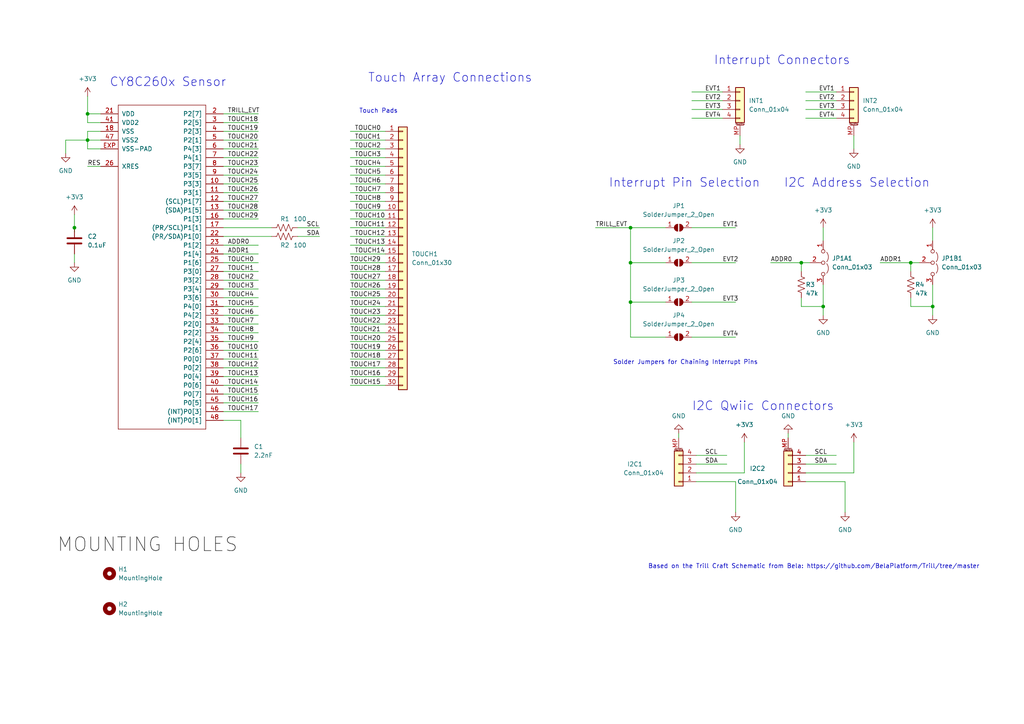
<source format=kicad_sch>
(kicad_sch (version 20230121) (generator eeschema)
  (paper "A4")
  (lib_symbols
    (symbol "+3V3_1" (power) (pin_names (offset 0))
      (property "Value" "+3V3_1" (at 0 3.556 0))
      (symbol "+3V3_1_0_1"
        (polyline (pts (xy -0.762 1.27) (xy 0 2.54)))
        (polyline (pts (xy 0 0) (xy 0 2.54)))
        (polyline (pts (xy 0 2.54) (xy 0.762 1.27)))
      )
      (symbol "+3V3_1_1_1"
        (pin power_in line (at 0 0 90) (length 0) hide (name "+3V3") (number "1"))
      )
    )
    (symbol "Connector_Generic:Conn_01x30" (pin_names (offset 1.016) hide)
      (property "Reference" "J" (at 0 38.1 0))
      (property "Value" "Conn_01x30" (at 0 -40.64 0))
      (symbol "Conn_01x30_1_1"
        (rectangle (start -1.27 -37.973) (end 0 -38.227) (stroke (width 0.1524)))
        (rectangle (start -1.27 -35.433) (end 0 -35.687) (stroke (width 0.1524)))
        (rectangle (start -1.27 -32.893) (end 0 -33.147) (stroke (width 0.1524)))
        (rectangle (start -1.27 -30.353) (end 0 -30.607) (stroke (width 0.1524)))
        (rectangle (start -1.27 -27.813) (end 0 -28.067) (stroke (width 0.1524)))
        (rectangle (start -1.27 -25.273) (end 0 -25.527) (stroke (width 0.1524)))
        (rectangle (start -1.27 -22.733) (end 0 -22.987) (stroke (width 0.1524)))
        (rectangle (start -1.27 -20.193) (end 0 -20.447) (stroke (width 0.1524)))
        (rectangle (start -1.27 -17.653) (end 0 -17.907) (stroke (width 0.1524)))
        (rectangle (start -1.27 -15.113) (end 0 -15.367) (stroke (width 0.1524)))
        (rectangle (start -1.27 -12.573) (end 0 -12.827) (stroke (width 0.1524)))
        (rectangle (start -1.27 -10.033) (end 0 -10.287) (stroke (width 0.1524)))
        (rectangle (start -1.27 -7.493) (end 0 -7.747) (stroke (width 0.1524)))
        (rectangle (start -1.27 -4.953) (end 0 -5.207) (stroke (width 0.1524)))
        (rectangle (start -1.27 -2.413) (end 0 -2.667) (stroke (width 0.1524)))
        (rectangle (start -1.27 0.127) (end 0 -0.127) (stroke (width 0.1524)))
        (rectangle (start -1.27 2.667) (end 0 2.413) (stroke (width 0.1524)))
        (rectangle (start -1.27 5.207) (end 0 4.953) (stroke (width 0.1524)))
        (rectangle (start -1.27 7.747) (end 0 7.493) (stroke (width 0.1524)))
        (rectangle (start -1.27 10.287) (end 0 10.033) (stroke (width 0.1524)))
        (rectangle (start -1.27 12.827) (end 0 12.573) (stroke (width 0.1524)))
        (rectangle (start -1.27 15.367) (end 0 15.113) (stroke (width 0.1524)))
        (rectangle (start -1.27 17.907) (end 0 17.653) (stroke (width 0.1524)))
        (rectangle (start -1.27 20.447) (end 0 20.193) (stroke (width 0.1524)))
        (rectangle (start -1.27 22.987) (end 0 22.733) (stroke (width 0.1524)))
        (rectangle (start -1.27 25.527) (end 0 25.273) (stroke (width 0.1524)))
        (rectangle (start -1.27 28.067) (end 0 27.813) (stroke (width 0.1524)))
        (rectangle (start -1.27 30.607) (end 0 30.353) (stroke (width 0.1524)))
        (rectangle (start -1.27 33.147) (end 0 32.893) (stroke (width 0.1524)))
        (rectangle (start -1.27 35.687) (end 0 35.433) (stroke (width 0.1524)))
        (rectangle (start -1.27 36.83) (end 1.27 -39.37) (stroke (width 0.254)) (fill (type background)))
        (pin passive line (at -5.08 35.56 0) (length 3.81) (name "Pin_1") (number "1"))
        (pin passive line (at -5.08 12.7 0) (length 3.81) (name "Pin_10") (number "10"))
        (pin passive line (at -5.08 10.16 0) (length 3.81) (name "Pin_11") (number "11"))
        (pin passive line (at -5.08 7.62 0) (length 3.81) (name "Pin_12") (number "12"))
        (pin passive line (at -5.08 5.08 0) (length 3.81) (name "Pin_13") (number "13"))
        (pin passive line (at -5.08 2.54 0) (length 3.81) (name "Pin_14") (number "14"))
        (pin passive line (at -5.08 0 0) (length 3.81) (name "Pin_15") (number "15"))
        (pin passive line (at -5.08 -2.54 0) (length 3.81) (name "Pin_16") (number "16"))
        (pin passive line (at -5.08 -5.08 0) (length 3.81) (name "Pin_17") (number "17"))
        (pin passive line (at -5.08 -7.62 0) (length 3.81) (name "Pin_18") (number "18"))
        (pin passive line (at -5.08 -10.16 0) (length 3.81) (name "Pin_19") (number "19"))
        (pin passive line (at -5.08 33.02 0) (length 3.81) (name "Pin_2") (number "2"))
        (pin passive line (at -5.08 -12.7 0) (length 3.81) (name "Pin_20") (number "20"))
        (pin passive line (at -5.08 -15.24 0) (length 3.81) (name "Pin_21") (number "21"))
        (pin passive line (at -5.08 -17.78 0) (length 3.81) (name "Pin_22") (number "22"))
        (pin passive line (at -5.08 -20.32 0) (length 3.81) (name "Pin_23") (number "23"))
        (pin passive line (at -5.08 -22.86 0) (length 3.81) (name "Pin_24") (number "24"))
        (pin passive line (at -5.08 -25.4 0) (length 3.81) (name "Pin_25") (number "25"))
        (pin passive line (at -5.08 -27.94 0) (length 3.81) (name "Pin_26") (number "26"))
        (pin passive line (at -5.08 -30.48 0) (length 3.81) (name "Pin_27") (number "27"))
        (pin passive line (at -5.08 -33.02 0) (length 3.81) (name "Pin_28") (number "28"))
        (pin passive line (at -5.08 -35.56 0) (length 3.81) (name "Pin_29") (number "29"))
        (pin passive line (at -5.08 30.48 0) (length 3.81) (name "Pin_3") (number "3"))
        (pin passive line (at -5.08 -38.1 0) (length 3.81) (name "Pin_30") (number "30"))
        (pin passive line (at -5.08 27.94 0) (length 3.81) (name "Pin_4") (number "4"))
        (pin passive line (at -5.08 25.4 0) (length 3.81) (name "Pin_5") (number "5"))
        (pin passive line (at -5.08 22.86 0) (length 3.81) (name "Pin_6") (number "6"))
        (pin passive line (at -5.08 20.32 0) (length 3.81) (name "Pin_7") (number "7"))
        (pin passive line (at -5.08 17.78 0) (length 3.81) (name "Pin_8") (number "8"))
        (pin passive line (at -5.08 15.24 0) (length 3.81) (name "Pin_9") (number "9"))
      )
    )
    (symbol "Connector_Generic_MountingPin:Conn_01x04_MountingPin" (pin_names (offset 1.016) hide)
      (property "Reference" "J" (at 0 5.08 0))
      (property "Value" "Conn_01x04_MountingPin" (at 1.27 -7.62 0))
      (symbol "Conn_01x04_MountingPin_1_1"
        (rectangle (start -1.27 -4.953) (end 0 -5.207) (stroke (width 0.1524)))
        (rectangle (start -1.27 -2.413) (end 0 -2.667) (stroke (width 0.1524)))
        (rectangle (start -1.27 0.127) (end 0 -0.127) (stroke (width 0.1524)))
        (rectangle (start -1.27 2.667) (end 0 2.413) (stroke (width 0.1524)))
        (rectangle (start -1.27 3.81) (end 1.27 -6.35) (stroke (width 0.254)) (fill (type background)))
        (polyline (pts (xy -1.016 -7.112) (xy 1.016 -7.112)) (stroke (width 0.1524)))
        (text "Mounting" (at 0 -6.731 0) (effects (font (size 0.381 0.381))))
        (pin passive line (at -5.08 2.54 0) (length 3.81) (name "Pin_1") (number "1"))
        (pin passive line (at -5.08 0 0) (length 3.81) (name "Pin_2") (number "2"))
        (pin passive line (at -5.08 -2.54 0) (length 3.81) (name "Pin_3") (number "3"))
        (pin passive line (at -5.08 -5.08 0) (length 3.81) (name "Pin_4") (number "4"))
        (pin passive line (at 0 -10.16 90) (length 3.048) (name "MountPin") (number "MP"))
      )
    )
    (symbol "Device:C" (pin_numbers hide) (pin_names (offset 0.254))
      (property "Reference" "C" (at 0.635 2.54 0))
      (property "Value" "C" (at 0.635 -2.54 0))
      (symbol "C_0_1"
        (polyline (pts (xy -2.032 -0.762) (xy 2.032 -0.762)) (stroke (width 0.508)))
        (polyline (pts (xy -2.032 0.762) (xy 2.032 0.762)) (stroke (width 0.508)))
      )
      (symbol "C_1_1"
        (pin passive line (at 0 3.81 270) (length 2.794) (name "~") (number "1"))
        (pin passive line (at 0 -3.81 90) (length 2.794) (name "~") (number "2"))
      )
    )
    (symbol "Device:R_US" (pin_numbers hide) (pin_names (offset 0))
      (property "Reference" "R" (at 2.54 0 90))
      (property "Value" "R_US" (at -2.54 0 90))
      (symbol "R_US_0_1"
        (polyline (pts (xy 0 -2.286) (xy 0 -2.54)))
        (polyline (pts (xy 0 2.286) (xy 0 2.54)))
        (polyline (pts (xy 0 -0.762) (xy 1.016 -1.143) (xy 0 -1.524) (xy -1.016 -1.905) (xy 0 -2.286)))
        (polyline (pts (xy 0 0.762) (xy 1.016 0.381) (xy 0 0) (xy -1.016 -0.381) (xy 0 -0.762)))
        (polyline (pts (xy 0 2.286) (xy 1.016 1.905) (xy 0 1.524) (xy -1.016 1.143) (xy 0 0.762)))
      )
      (symbol "R_US_1_1"
        (pin passive line (at 0 3.81 270) (length 1.27) (name "~") (number "1"))
        (pin passive line (at 0 -3.81 90) (length 1.27) (name "~") (number "2"))
      )
    )
    (symbol "GND_1" (power) (pin_names (offset 0))
      (property "Value" "GND_1" (at 0 -3.81 0))
      (symbol "GND_1_0_1"
        (polyline (pts (xy 0 0) (xy 0 -1.27) (xy 1.27 -1.27) (xy 0 -2.54) (xy -1.27 -1.27) (xy 0 -1.27)))
      )
      (symbol "GND_1_1_1"
        (pin power_in line (at 0 0 270) (length 0) hide (name "GND") (number "1"))
      )
    )
    (symbol "Jumper:Jumper_3_Open" (pin_names (offset 0) hide)
      (property "Reference" "JP" (at -2.54 -2.54 0))
      (property "Value" "Jumper_3_Open" (at 0 2.794 0))
      (symbol "Jumper_3_Open_0_0"
        (circle (center -3.302 0) (radius 0.508))
        (circle (center 0 0) (radius 0.508))
        (circle (center 3.302 0) (radius 0.508))
      )
      (symbol "Jumper_3_Open_0_1"
        (arc (start -0.254 1.016) (mid -1.651 1.4992) (end -3.048 1.016))
        (polyline (pts (xy 0 -0.508) (xy 0 -1.27)))
        (arc (start 3.048 1.016) (mid 1.651 1.4992) (end 0.254 1.016))
      )
      (symbol "Jumper_3_Open_1_1"
        (pin passive line (at -6.35 0 0) (length 2.54) (name "A") (number "1"))
        (pin passive line (at 0 -3.81 90) (length 2.54) (name "C") (number "2"))
        (pin passive line (at 6.35 0 180) (length 2.54) (name "B") (number "3"))
      )
    )
    (symbol "Jumper:SolderJumper_2_Open" (pin_names (offset 0) hide)
      (property "Reference" "JP" (at 0 2.032 0))
      (property "Value" "SolderJumper_2_Open" (at 0 -2.54 0))
      (symbol "SolderJumper_2_Open_0_1"
        (arc (start -0.254 1.016) (mid -1.2656 0) (end -0.254 -1.016))
        (arc (start -0.254 1.016) (mid -1.2656 0) (end -0.254 -1.016) (fill (type outline)))
        (polyline (pts (xy -0.254 1.016) (xy -0.254 -1.016)))
        (polyline (pts (xy 0.254 1.016) (xy 0.254 -1.016)))
        (arc (start 0.254 -1.016) (mid 1.2656 0) (end 0.254 1.016))
        (arc (start 0.254 -1.016) (mid 1.2656 0) (end 0.254 1.016) (fill (type outline)))
      )
      (symbol "SolderJumper_2_Open_1_1"
        (pin passive line (at -3.81 0 0) (length 2.54) (name "A") (number "1"))
        (pin passive line (at 3.81 0 180) (length 2.54) (name "B") (number "2"))
      )
    )
    (symbol "Mechanical:MountingHole" (pin_names (offset 1.016))
      (property "Reference" "H" (at 0 5.08 0))
      (property "Value" "MountingHole" (at 0 3.175 0))
      (symbol "MountingHole_0_1"
        (circle (center 0 0) (radius 1.27) (stroke (width 1.27)))
      )
    )
    (symbol "power:GND" (power) (pin_names (offset 0))
      (property "Value" "GND" (at 0 -3.81 0))
      (symbol "GND_0_1"
        (polyline (pts (xy 0 0) (xy 0 -1.27) (xy 1.27 -1.27) (xy 0 -2.54) (xy -1.27 -1.27) (xy 0 -1.27)))
      )
      (symbol "GND_1_1"
        (pin power_in line (at 0 0 270) (length 0) hide (name "GND") (number "1"))
      )
    )
    (symbol "touch-sensor:CY8C206X6A" (pin_names (offset 1.016))
      (symbol "CY8C206X6A_1_0"
        (polyline (pts (xy -12.7 -48.26) (xy -12.7 45.72)))
        (polyline (pts (xy -12.7 45.72) (xy 12.7 45.72)))
        (polyline (pts (xy 12.7 -48.26) (xy -12.7 -48.26)))
        (polyline (pts (xy 12.7 45.72) (xy 12.7 -48.26)))
        (pin unspecified line (at 17.78 22.86 180) (length 5.08) (name "P3[3]") (number "10"))
        (pin unspecified line (at 17.78 20.32 180) (length 5.08) (name "P3[1]") (number "11"))
        (pin unspecified line (at 17.78 17.78 180) (length 5.08) (name "(SCL)P1[7]") (number "12"))
        (pin unspecified line (at 17.78 15.24 180) (length 5.08) (name "(SDA)P1[5]") (number "13"))
        (pin unspecified line (at 17.78 12.7 180) (length 5.08) (name "P1[3]") (number "16"))
        (pin unspecified line (at 17.78 10.16 180) (length 5.08) (name "(PR/SCL)P1[1]") (number "17"))
        (pin unspecified line (at -17.78 38.1 0) (length 5.08) (name "VSS") (number "18"))
        (pin unspecified line (at 17.78 43.18 180) (length 5.08) (name "P2[7]") (number "2"))
        (pin unspecified line (at -17.78 43.18 0) (length 5.08) (name "VDD") (number "21"))
        (pin unspecified line (at 17.78 7.62 180) (length 5.08) (name "(PR/SDA)P1[0]") (number "22"))
        (pin unspecified line (at 17.78 5.08 180) (length 5.08) (name "P1[2]") (number "23"))
        (pin unspecified line (at 17.78 2.54 180) (length 5.08) (name "P1[4]") (number "24"))
        (pin unspecified line (at 17.78 0 180) (length 5.08) (name "P1[6]") (number "25"))
        (pin unspecified line (at -17.78 27.94 0) (length 5.08) (name "XRES") (number "26"))
        (pin unspecified line (at 17.78 -2.54 180) (length 5.08) (name "P3[0]") (number "27"))
        (pin unspecified line (at 17.78 -5.08 180) (length 5.08) (name "P3[2]") (number "28"))
        (pin unspecified line (at 17.78 -7.62 180) (length 5.08) (name "P3[4]") (number "29"))
        (pin unspecified line (at 17.78 40.64 180) (length 5.08) (name "P2[5]") (number "3"))
        (pin unspecified line (at 17.78 -10.16 180) (length 5.08) (name "P3[6]") (number "30"))
        (pin unspecified line (at 17.78 -12.7 180) (length 5.08) (name "P4[0]") (number "31"))
        (pin unspecified line (at 17.78 -15.24 180) (length 5.08) (name "P4[2]") (number "32"))
        (pin unspecified line (at 17.78 -17.78 180) (length 5.08) (name "P2[0]") (number "33"))
        (pin unspecified line (at 17.78 -20.32 180) (length 5.08) (name "P2[2]") (number "34"))
        (pin unspecified line (at 17.78 -22.86 180) (length 5.08) (name "P2[4]") (number "35"))
        (pin unspecified line (at 17.78 -25.4 180) (length 5.08) (name "P2[6]") (number "36"))
        (pin unspecified line (at 17.78 -27.94 180) (length 5.08) (name "P0[0]") (number "37"))
        (pin unspecified line (at 17.78 -30.48 180) (length 5.08) (name "P0[2]") (number "38"))
        (pin unspecified line (at 17.78 -33.02 180) (length 5.08) (name "P0[4]") (number "39"))
        (pin unspecified line (at 17.78 38.1 180) (length 5.08) (name "P2[3]") (number "4"))
        (pin unspecified line (at 17.78 -35.56 180) (length 5.08) (name "P0[6]") (number "40"))
        (pin unspecified line (at -17.78 40.64 0) (length 5.08) (name "VDD2") (number "41"))
        (pin unspecified line (at 17.78 -38.1 180) (length 5.08) (name "P0[7]") (number "44"))
        (pin unspecified line (at 17.78 -40.64 180) (length 5.08) (name "P0[5]") (number "45"))
        (pin unspecified line (at 17.78 -43.18 180) (length 5.08) (name "(INT)P0[3]") (number "46"))
        (pin unspecified line (at -17.78 35.56 0) (length 5.08) (name "VSS2") (number "47"))
        (pin unspecified line (at 17.78 -45.72 180) (length 5.08) (name "(INT)P0[1]") (number "48"))
        (pin unspecified line (at 17.78 35.56 180) (length 5.08) (name "P2[1]") (number "5"))
        (pin unspecified line (at 17.78 33.02 180) (length 5.08) (name "P4[3]") (number "6"))
        (pin unspecified line (at 17.78 30.48 180) (length 5.08) (name "P4[1]") (number "7"))
        (pin unspecified line (at 17.78 27.94 180) (length 5.08) (name "P3[7]") (number "8"))
        (pin unspecified line (at 17.78 25.4 180) (length 5.08) (name "P3[5]") (number "9"))
        (pin unspecified line (at -17.78 33.02 0) (length 5.08) (name "VSS-PAD") (number "EXP"))
      )
    )
  )
  (junction (at 182.88 66.04))
  (junction (at 182.88 76.2))
  (junction (at 270.51 88.9))
  (junction (at 264.16 76.2))
  (junction (at 25.4 33.02))
  (junction (at 25.4 40.64))
  (junction (at 21.59 66.04))
  (junction (at 232.41 76.2))
  (junction (at 182.88 87.63))
  (junction (at 238.76 88.9))
  (wire (pts (xy 200.66 31.75) (xy 209.55 31.75)))
  (wire (pts (xy 200.66 66.04) (xy 213.36 66.04)))
  (wire (pts (xy 64.77 81.28) (xy 74.93 81.28)))
  (wire (pts (xy 238.76 66.04) (xy 238.76 69.85)))
  (wire (pts (xy 21.59 73.66) (xy 21.59 76.2)))
  (wire (pts (xy 111.76 96.52) (xy 101.6 96.52)))
  (wire (pts (xy 64.77 91.44) (xy 74.93 91.44)))
  (wire (pts (xy 101.6 68.58) (xy 111.76 68.58)))
  (wire (pts (xy 64.77 53.34) (xy 74.93 53.34)))
  (wire (pts (xy 64.77 66.04) (xy 78.74 66.04)))
  (wire (pts (xy 64.77 68.58) (xy 78.74 68.58)))
  (wire (pts (xy 264.16 86.36) (xy 264.16 88.9)))
  (wire (pts (xy 101.6 66.04) (xy 111.76 66.04)))
  (wire (pts (xy 25.4 33.02) (xy 25.4 35.56)))
  (wire (pts (xy 64.77 93.98) (xy 74.93 93.98)))
  (wire (pts (xy 111.76 86.36) (xy 101.6 86.36)))
  (wire (pts (xy 86.36 68.58) (xy 92.71 68.58)))
  (wire (pts (xy 200.66 29.21) (xy 209.55 29.21)))
  (wire (pts (xy 25.4 38.1) (xy 25.4 40.64)))
  (wire (pts (xy 64.77 101.6) (xy 74.93 101.6)))
  (wire (pts (xy 64.77 109.22) (xy 74.93 109.22)))
  (wire (pts (xy 29.21 33.02) (xy 25.4 33.02)))
  (wire (pts (xy 64.77 50.8) (xy 74.93 50.8)))
  (wire (pts (xy 270.51 66.04) (xy 270.51 69.85)))
  (wire (pts (xy 201.93 132.08) (xy 210.82 132.08)))
  (wire (pts (xy 245.11 139.7) (xy 245.11 148.59)))
  (wire (pts (xy 233.68 132.08) (xy 242.57 132.08)))
  (wire (pts (xy 200.66 76.2) (xy 213.36 76.2)))
  (wire (pts (xy 64.77 116.84) (xy 74.93 116.84)))
  (wire (pts (xy 233.68 134.62) (xy 242.57 134.62)))
  (wire (pts (xy 247.65 128.27) (xy 247.65 137.16)))
  (wire (pts (xy 193.04 87.63) (xy 182.88 87.63)))
  (wire (pts (xy 111.76 76.2) (xy 101.6 76.2)))
  (wire (pts (xy 64.77 38.1) (xy 74.93 38.1)))
  (wire (pts (xy 264.16 76.2) (xy 266.7 76.2)))
  (wire (pts (xy 200.66 26.67) (xy 209.55 26.67)))
  (wire (pts (xy 111.76 111.76) (xy 101.6 111.76)))
  (wire (pts (xy 25.4 43.18) (xy 29.21 43.18)))
  (wire (pts (xy 111.76 78.74) (xy 101.6 78.74)))
  (wire (pts (xy 64.77 111.76) (xy 74.93 111.76)))
  (wire (pts (xy 232.41 86.36) (xy 232.41 88.9)))
  (wire (pts (xy 182.88 87.63) (xy 182.88 97.79)))
  (wire (pts (xy 101.6 55.88) (xy 111.76 55.88)))
  (wire (pts (xy 64.77 45.72) (xy 74.93 45.72)))
  (wire (pts (xy 101.6 60.96) (xy 111.76 60.96)))
  (wire (pts (xy 64.77 114.3) (xy 74.93 114.3)))
  (wire (pts (xy 101.6 73.66) (xy 111.76 73.66)))
  (wire (pts (xy 200.66 87.63) (xy 213.36 87.63)))
  (wire (pts (xy 29.21 35.56) (xy 25.4 35.56)))
  (wire (pts (xy 25.4 27.94) (xy 25.4 33.02)))
  (wire (pts (xy 201.93 134.62) (xy 210.82 134.62)))
  (wire (pts (xy 200.66 97.79) (xy 213.36 97.79)))
  (wire (pts (xy 101.6 63.5) (xy 111.76 63.5)))
  (wire (pts (xy 233.68 29.21) (xy 242.57 29.21)))
  (wire (pts (xy 232.41 76.2) (xy 234.95 76.2)))
  (wire (pts (xy 64.77 119.38) (xy 74.93 119.38)))
  (wire (pts (xy 101.6 43.18) (xy 111.76 43.18)))
  (wire (pts (xy 111.76 88.9) (xy 101.6 88.9)))
  (wire (pts (xy 182.88 66.04) (xy 193.04 66.04)))
  (wire (pts (xy 193.04 97.79) (xy 182.88 97.79)))
  (wire (pts (xy 64.77 96.52) (xy 74.93 96.52)))
  (wire (pts (xy 64.77 106.68) (xy 74.93 106.68)))
  (wire (pts (xy 111.76 101.6) (xy 101.6 101.6)))
  (wire (pts (xy 238.76 88.9) (xy 238.76 91.44)))
  (wire (pts (xy 64.77 48.26) (xy 74.93 48.26)))
  (wire (pts (xy 19.05 40.64) (xy 25.4 40.64)))
  (wire (pts (xy 64.77 33.02) (xy 74.93 33.02)))
  (wire (pts (xy 233.68 34.29) (xy 242.57 34.29)))
  (wire (pts (xy 64.77 88.9) (xy 74.93 88.9)))
  (wire (pts (xy 64.77 73.66) (xy 74.93 73.66)))
  (wire (pts (xy 111.76 83.82) (xy 101.6 83.82)))
  (wire (pts (xy 264.16 88.9) (xy 270.51 88.9)))
  (wire (pts (xy 25.4 40.64) (xy 25.4 43.18)))
  (wire (pts (xy 111.76 93.98) (xy 101.6 93.98)))
  (wire (pts (xy 101.6 38.1) (xy 111.76 38.1)))
  (wire (pts (xy 201.93 137.16) (xy 215.9 137.16)))
  (wire (pts (xy 111.76 99.06) (xy 101.6 99.06)))
  (wire (pts (xy 64.77 63.5) (xy 74.93 63.5)))
  (wire (pts (xy 232.41 88.9) (xy 238.76 88.9)))
  (wire (pts (xy 111.76 91.44) (xy 101.6 91.44)))
  (wire (pts (xy 64.77 104.14) (xy 74.93 104.14)))
  (wire (pts (xy 101.6 53.34) (xy 111.76 53.34)))
  (wire (pts (xy 255.27 76.2) (xy 264.16 76.2)))
  (wire (pts (xy 111.76 106.68) (xy 101.6 106.68)))
  (wire (pts (xy 101.6 71.12) (xy 111.76 71.12)))
  (wire (pts (xy 182.88 66.04) (xy 182.88 76.2)))
  (wire (pts (xy 233.68 26.67) (xy 242.57 26.67)))
  (wire (pts (xy 101.6 58.42) (xy 111.76 58.42)))
  (wire (pts (xy 111.76 104.14) (xy 101.6 104.14)))
  (wire (pts (xy 101.6 48.26) (xy 111.76 48.26)))
  (wire (pts (xy 64.77 121.92) (xy 69.85 121.92)))
  (wire (pts (xy 101.6 50.8) (xy 111.76 50.8)))
  (wire (pts (xy 196.85 125.73) (xy 196.85 127)))
  (wire (pts (xy 69.85 121.92) (xy 69.85 127)))
  (wire (pts (xy 111.76 109.22) (xy 101.6 109.22)))
  (wire (pts (xy 64.77 71.12) (xy 74.93 71.12)))
  (wire (pts (xy 233.68 137.16) (xy 247.65 137.16)))
  (wire (pts (xy 64.77 60.96) (xy 74.93 60.96)))
  (wire (pts (xy 21.59 62.23) (xy 21.59 66.04)))
  (wire (pts (xy 64.77 43.18) (xy 74.93 43.18)))
  (wire (pts (xy 64.77 99.06) (xy 74.93 99.06)))
  (wire (pts (xy 182.88 76.2) (xy 182.88 87.63)))
  (wire (pts (xy 270.51 82.55) (xy 270.51 88.9)))
  (wire (pts (xy 101.6 40.64) (xy 111.76 40.64)))
  (wire (pts (xy 232.41 76.2) (xy 232.41 78.74)))
  (wire (pts (xy 64.77 78.74) (xy 74.93 78.74)))
  (wire (pts (xy 101.6 45.72) (xy 111.76 45.72)))
  (wire (pts (xy 214.63 41.91) (xy 214.63 39.37)))
  (wire (pts (xy 64.77 35.56) (xy 74.93 35.56)))
  (wire (pts (xy 29.21 38.1) (xy 25.4 38.1)))
  (wire (pts (xy 64.77 86.36) (xy 74.93 86.36)))
  (wire (pts (xy 111.76 81.28) (xy 101.6 81.28)))
  (wire (pts (xy 64.77 58.42) (xy 74.93 58.42)))
  (wire (pts (xy 19.05 44.45) (xy 19.05 40.64)))
  (wire (pts (xy 201.93 139.7) (xy 213.36 139.7)))
  (wire (pts (xy 223.52 76.2) (xy 232.41 76.2)))
  (wire (pts (xy 172.72 66.04) (xy 182.88 66.04)))
  (wire (pts (xy 25.4 40.64) (xy 29.21 40.64)))
  (wire (pts (xy 86.36 66.04) (xy 92.71 66.04)))
  (wire (pts (xy 64.77 76.2) (xy 74.93 76.2)))
  (wire (pts (xy 213.36 139.7) (xy 213.36 148.59)))
  (wire (pts (xy 21.59 66.04) (xy 21.59 67.31)))
  (wire (pts (xy 238.76 82.55) (xy 238.76 88.9)))
  (wire (pts (xy 25.4 48.26) (xy 29.21 48.26)))
  (wire (pts (xy 233.68 139.7) (xy 245.11 139.7)))
  (wire (pts (xy 270.51 88.9) (xy 270.51 91.44)))
  (wire (pts (xy 64.77 40.64) (xy 74.93 40.64)))
  (wire (pts (xy 200.66 34.29) (xy 209.55 34.29)))
  (wire (pts (xy 264.16 76.2) (xy 264.16 78.74)))
  (wire (pts (xy 69.85 134.62) (xy 69.85 137.16)))
  (wire (pts (xy 228.6 125.73) (xy 228.6 127)))
  (wire (pts (xy 233.68 31.75) (xy 242.57 31.75)))
  (wire (pts (xy 247.65 43.18) (xy 247.65 39.37)))
  (wire (pts (xy 64.77 55.88) (xy 74.93 55.88)))
  (wire (pts (xy 193.04 76.2) (xy 182.88 76.2)))
  (wire (pts (xy 215.9 128.27) (xy 215.9 137.16)))
  (wire (pts (xy 64.77 83.82) (xy 74.93 83.82)))
  (text "Solder Jumpers for Chaining Interrupt Pins\n\n" (at 177.8 107.95 0) (effects (font (size 1.27 1.27)) (justify left bottom)))
  (text "Touch Array Connections" (at 106.68 24.13 0) (effects (font (size 2.54 2.54)) (justify left bottom)))
  (text "Interrupt Connectors" (at 207.01 19.05 0) (effects (font (size 2.54 2.54)) (justify left bottom)))
  (text "Touch Pads" (at 104.14 33.02 0) (effects (font (size 1.27 1.27)) (justify left bottom)))
  (text "I2C Address Selection" (at 227.33 54.61 0) (effects (font (size 2.54 2.54)) (justify left bottom)))
  (text "CY8C260x Sensor" (at 31.75 25.4 0) (effects (font (size 2.54 2.54)) (justify left bottom)))
  (text "Based on the Trill Craft Schematic from Bela: https://github.com/BelaPlatform/Trill/tree/master" (at 187.96 165.1 0) (effects (font (size 1.27 1.27)) (justify left bottom)))
  (text "Interrupt Pin Selection" (at 176.53 54.61 0) (effects (font (size 2.54 2.54)) (justify left bottom)))
  (text "I2C Qwiic Connectors" (at 200.66 119.38 0) (effects (font (size 2.54 2.54)) (justify left bottom)))
  (label "TOUCH10" (at 66.04 101.6 0))
  (label "TOUCH26" (at 66.04 55.88 0))
  (label "TOUCH7" (at 66.04 93.98 0))
  (label "TOUCH0" (at 66.04 76.2 0))
  (label "EVT1" (at 237.49 26.67 0))
  (label "TOUCH17" (at 66.04 119.38 0))
  (label "TOUCH25" (at 66.04 53.34 0))
  (label "TOUCH14" (at 66.04 111.76 0))
  (label "SDA" (at 236.22 134.62 0))
  (label "TOUCH29" (at 101.6 76.2 0))
  (label "TOUCH28" (at 66.04 60.96 0))
  (label "ADDR0" (at 66.04 71.12 0))
  (label "EVT1" (at 209.55 66.04 0))
  (label "SCL" (at 204.47 132.08 0))
  (label "SDA" (at 88.9 68.58 0))
  (label "EVT2" (at 204.47 29.21 0))
  (label "TOUCH20" (at 66.04 40.64 0))
  (label "TOUCH15" (at 66.04 114.3 0))
  (label "SCL" (at 236.22 132.08 0))
  (label "TOUCH22" (at 101.6 93.98 0))
  (label "TOUCH13" (at 66.04 109.22 0))
  (label "TOUCH5" (at 102.87 50.8 0))
  (label "TOUCH0" (at 102.87 38.1 0))
  (label "TOUCH28" (at 101.6 78.74 0))
  (label "TOUCH12" (at 66.04 106.68 0))
  (label "TOUCH2" (at 102.87 43.18 0))
  (label "TOUCH3" (at 102.87 45.72 0))
  (label "EVT1" (at 204.47 26.67 0))
  (label "EVT4" (at 204.47 34.29 0))
  (label "EVT4" (at 209.55 97.79 0))
  (label "TOUCH17" (at 101.6 106.68 0))
  (label "MOUNTING HOLES" (at 16.51 161.29 0) (effects (font (size 4 4))))
  (label "TOUCH16" (at 66.04 116.84 0))
  (label "TOUCH27" (at 101.6 81.28 0))
  (label "TOUCH23" (at 101.6 91.44 0))
  (label "TOUCH2" (at 66.04 81.28 0))
  (label "TOUCH13" (at 102.87 71.12 0))
  (label "ADDR1" (at 66.04 73.66 0))
  (label "ADDR1" (at 255.27 76.2 0))
  (label "TOUCH19" (at 66.04 38.1 0))
  (label "TOUCH9" (at 66.04 99.06 0))
  (label "TOUCH18" (at 66.04 35.56 0))
  (label "TOUCH18" (at 101.6 104.14 0))
  (label "TRILL_EVT" (at 66.04 33.02 0))
  (label "TOUCH19" (at 101.6 101.6 0))
  (label "TOUCH23" (at 66.04 48.26 0))
  (label "TOUCH8" (at 66.04 96.52 0))
  (label "EVT3" (at 204.47 31.75 0))
  (label "TOUCH26" (at 101.6 83.82 0))
  (label "TOUCH12" (at 102.87 68.58 0))
  (label "TOUCH1" (at 66.04 78.74 0))
  (label "TOUCH10" (at 102.87 63.5 0))
  (label "TOUCH4" (at 66.04 86.36 0))
  (label "TOUCH21" (at 66.04 43.18 0))
  (label "TOUCH29" (at 66.04 63.5 0))
  (label "TRILL_EVT" (at 172.72 66.04 0))
  (label "TOUCH8" (at 102.87 58.42 0))
  (label "TOUCH20" (at 101.6 99.06 0))
  (label "TOUCH11" (at 66.04 104.14 0))
  (label "TOUCH6" (at 102.87 53.34 0))
  (label "TOUCH15" (at 101.6 111.76 0))
  (label "TOUCH14" (at 102.87 73.66 0))
  (label "EVT3" (at 237.49 31.75 0))
  (label "TOUCH24" (at 66.04 50.8 0))
  (label "SDA" (at 204.47 134.62 0))
  (label "EVT2" (at 237.49 29.21 0))
  (label "TOUCH27" (at 66.04 58.42 0))
  (label "TOUCH4" (at 102.87 48.26 0))
  (label "TOUCH22" (at 66.04 45.72 0))
  (label "EVT4" (at 237.49 34.29 0))
  (label "TOUCH11" (at 102.87 66.04 0))
  (label "RES" (at 25.4 48.26 0))
  (label "ADDR0" (at 223.52 76.2 0))
  (label "SCL" (at 88.9 66.04 0))
  (label "TOUCH16" (at 101.6 109.22 0))
  (label "TOUCH25" (at 101.6 86.36 0))
  (label "TOUCH5" (at 66.04 88.9 0))
  (label "TOUCH1" (at 102.87 40.64 0))
  (label "TOUCH21" (at 101.6 96.52 0))
  (label "TOUCH3" (at 66.04 83.82 0))
  (label "EVT2" (at 209.55 76.2 0))
  (label "TOUCH24" (at 101.6 88.9 0))
  (label "EVT3" (at 209.55 87.63 0))
  (label "TOUCH9" (at 102.87 60.96 0))
  (label "TOUCH6" (at 66.04 91.44 0))
  (label "TOUCH7" (at 102.87 55.88 0))
  (symbol (lib_id "power:GND") (at 270.51 91.44 0) (unit 1)
    (property "Reference" "#PWR011" (effects hide))
    (property "Value" "GND" (at 270.51 96.52 0))
  )
  (symbol (lib_id "Jumper:SolderJumper_2_Open") (at 196.85 97.79 0) (unit 1) (in_bom no)
    (property "Reference" "JP4" (at 196.85 91.44 0))
    (property "Value" "SolderJumper_2_Open" (at 196.85 93.98 0))
    (property "Footprint" "Jumper:SolderJumper-2_P1.3mm_Open_RoundedPad1.0x1.5mm" (effects hide))
  )
  (symbol (lib_id "Connector_Generic_MountingPin:Conn_01x04_MountingPin") (at 228.6 137.16 180) (unit 1)
    (property "Reference" "I2C2" (at 219.71 135.89 0))
    (property "Value" "Conn_01x04" (at 219.71 139.7 0))
    (property "Footprint" "Connector_JST:JST_SH_SM04B-SRSS-TB_1x04-1MP_P1.00mm_Horizontal" (effects hide))
  )
  (symbol (lib_id "touch-sensor:CY8C206X6A") (at 46.99 76.2 0) (unit 1)
    (property "Reference" "IC1" (effects hide))
    (property "Value" "CY8C206X6A" (effects hide))
    (property "Footprint" "cap-touch-breakout:QFN48-LEADS" (effects hide))
  )
  (symbol (lib_id "Device:C") (at 21.59 69.85 0) (unit 1)
    (property "Reference" "C2" (at 25.4 68.58 0) (effects (justify left)))
    (property "Value" "0.1uF" (at 25.4 71.12 0) (effects (justify left)))
    (property "Footprint" "Capacitor_SMD:C_0603_1608Metric" (effects hide))
  )
  (symbol (lib_name "+3V3_1") (lib_id "power:+3V3") (at 21.59 62.23 0) (unit 1)
    (property "Reference" "#PWR07" (effects hide))
    (property "Value" "+3V3" (at 21.59 57.15 0))
  )
  (symbol (lib_id "Jumper:SolderJumper_2_Open") (at 196.85 66.04 0) (unit 1) (in_bom no)
    (property "Reference" "JP1" (at 196.85 59.69 0))
    (property "Value" "SolderJumper_2_Open" (at 196.85 62.23 0))
    (property "Footprint" "Jumper:SolderJumper-2_P1.3mm_Open_RoundedPad1.0x1.5mm" (effects hide))
  )
  (symbol (lib_name "GND_1") (lib_id "power:GND") (at 228.6 125.73 180) (unit 1)
    (property "Reference" "#PWR017" (effects hide))
    (property "Value" "GND" (at 228.6 120.65 0))
  )
  (symbol (lib_name "GND_1") (lib_id "power:GND") (at 245.11 148.59 0) (unit 1)
    (property "Reference" "#PWR01" (effects hide))
    (property "Value" "GND" (at 245.11 153.67 0))
  )
  (symbol (lib_name "+3V3_1") (lib_id "power:+3V3") (at 270.51 66.04 0) (unit 1)
    (property "Reference" "#PWR03" (effects hide))
    (property "Value" "+3V3" (at 270.51 60.96 0))
  )
  (symbol (lib_id "Device:R_US") (at 82.55 68.58 270) (unit 1)
    (property "Reference" "R2" (at 81.28 71.12 90) (effects (justify left)))
    (property "Value" "100" (at 85.09 71.12 90) (effects (justify left)))
    (property "Footprint" "Resistor_SMD:R_0603_1608Metric" (effects hide))
  )
  (symbol (lib_id "Mechanical:MountingHole") (at 31.75 166.37 0) (unit 1) (in_bom no)
    (property "Reference" "H1" (at 34.29 165.1 0) (effects (justify left)))
    (property "Value" "MountingHole" (at 34.29 167.64 0) (effects (justify left)))
    (property "Footprint" "MountingHole:MountingHole_3.2mm_M3_DIN965" (effects hide))
  )
  (symbol (lib_id "Device:R_US") (at 264.16 82.55 0) (unit 1)
    (property "Reference" "R4" (at 265.43 82.55 0) (effects (justify left)))
    (property "Value" "47k" (at 265.43 85.09 0) (effects (justify left)))
    (property "Footprint" "Resistor_SMD:R_0603_1608Metric" (effects hide))
  )
  (symbol (lib_name "GND_1") (lib_id "power:GND") (at 21.59 76.2 0) (unit 1)
    (property "Reference" "#PWR014" (effects hide))
    (property "Value" "GND" (at 21.59 81.28 0))
  )
  (symbol (lib_id "Jumper:SolderJumper_2_Open") (at 196.85 87.63 0) (unit 1) (in_bom no)
    (property "Reference" "JP3" (at 196.85 81.28 0))
    (property "Value" "SolderJumper_2_Open" (at 196.85 83.82 0))
    (property "Footprint" "Jumper:SolderJumper-2_P1.3mm_Open_RoundedPad1.0x1.5mm" (effects hide))
  )
  (symbol (lib_id "Device:R_US") (at 82.55 66.04 270) (unit 1)
    (property "Reference" "R1" (at 81.28 63.5 90) (effects (justify left)))
    (property "Value" "100" (at 85.09 63.5 90) (effects (justify left)))
    (property "Footprint" "Resistor_SMD:R_0603_1608Metric" (effects hide))
  )
  (symbol (lib_id "Jumper:Jumper_3_Open") (at 270.51 76.2 270) (unit 1)
    (property "Reference" "JP1B1" (at 273.05 74.93 90) (effects (justify left)))
    (property "Value" "Conn_01x03" (at 273.05 77.47 90) (effects (justify left)))
    (property "Footprint" "cap-touch-breakout:DOUBLE_SOLDER_JUMPER" (effects hide))
  )
  (symbol (lib_name "+3V3_1") (lib_id "power:+3V3") (at 215.9 128.27 0) (unit 1)
    (property "Reference" "#PWR016" (effects hide))
    (property "Value" "+3V3" (at 215.9 123.19 0))
  )
  (symbol (lib_id "Jumper:Jumper_3_Open") (at 238.76 76.2 270) (unit 1)
    (property "Reference" "JP1A1" (at 241.3 74.93 90) (effects (justify left)))
    (property "Value" "Conn_01x03" (at 241.3 77.47 90) (effects (justify left)))
    (property "Footprint" "cap-touch-breakout:DOUBLE_SOLDER_JUMPER" (effects hide))
  )
  (symbol (lib_name "GND_1") (lib_id "power:GND") (at 213.36 148.59 0) (unit 1)
    (property "Reference" "#PWR015" (effects hide))
    (property "Value" "GND" (at 213.36 153.67 0))
  )
  (symbol (lib_id "Connector_Generic_MountingPin:Conn_01x04_MountingPin") (at 196.85 137.16 180) (unit 1)
    (property "Reference" "I2C1" (at 184.15 134.62 0))
    (property "Value" "Conn_01x04" (at 186.69 137.16 0))
    (property "Footprint" "Connector_JST:JST_SH_SM04B-SRSS-TB_1x04-1MP_P1.00mm_Horizontal" (effects hide))
  )
  (symbol (lib_id "power:GND") (at 19.05 44.45 0) (unit 1)
    (property "Reference" "#PWR08" (effects hide))
    (property "Value" "GND" (at 19.05 49.53 0))
  )
  (symbol (lib_id "Device:C") (at 69.85 130.81 0) (unit 1)
    (property "Reference" "C1" (at 73.66 129.54 0) (effects (justify left)))
    (property "Value" "2.2nF" (at 73.66 132.08 0) (effects (justify left)))
    (property "Footprint" "Capacitor_SMD:C_0603_1608Metric" (effects hide))
  )
  (symbol (lib_name "GND_1") (lib_id "power:GND") (at 247.65 43.18 0) (unit 1)
    (property "Reference" "#PWR010" (effects hide))
    (property "Value" "GND" (at 247.65 48.26 0))
  )
  (symbol (lib_id "Jumper:SolderJumper_2_Open") (at 196.85 76.2 0) (unit 1) (in_bom no)
    (property "Reference" "JP2" (at 196.85 69.85 0))
    (property "Value" "SolderJumper_2_Open" (at 196.85 72.39 0))
    (property "Footprint" "Jumper:SolderJumper-2_P1.3mm_Open_RoundedPad1.0x1.5mm" (effects hide))
  )
  (symbol (lib_id "Mechanical:MountingHole") (at 31.75 176.53 0) (unit 1) (in_bom no)
    (property "Reference" "H2" (at 34.29 175.26 0) (effects (justify left)))
    (property "Value" "MountingHole" (at 34.29 177.8 0) (effects (justify left)))
    (property "Footprint" "MountingHole:MountingHole_3.2mm_M3_DIN965" (effects hide))
  )
  (symbol (lib_name "+3V3_1") (lib_id "power:+3V3") (at 238.76 66.04 0) (unit 1)
    (property "Reference" "#PWR06" (effects hide))
    (property "Value" "+3V3" (at 238.76 60.96 0))
  )
  (symbol (lib_name "+3V3_1") (lib_id "power:+3V3") (at 25.4 27.94 0) (unit 1)
    (property "Reference" "#PWR013" (effects hide))
    (property "Value" "+3V3" (at 25.4 22.86 0))
  )
  (symbol (lib_id "Device:R_US") (at 232.41 82.55 0) (unit 1)
    (property "Reference" "R3" (at 233.68 82.55 0) (effects (justify left)))
    (property "Value" "47k" (at 233.68 85.09 0) (effects (justify left)))
    (property "Footprint" "Resistor_SMD:R_0603_1608Metric" (effects hide))
  )
  (symbol (lib_name "+3V3_1") (lib_id "power:+3V3") (at 247.65 128.27 0) (unit 1)
    (property "Reference" "#PWR02" (effects hide))
    (property "Value" "+3V3" (at 247.65 123.19 0))
  )
  (symbol (lib_name "GND_1") (lib_id "power:GND") (at 69.85 137.16 0) (unit 1)
    (property "Reference" "#PWR012" (effects hide))
    (property "Value" "GND" (at 69.85 142.24 0))
  )
  (symbol (lib_name "GND_1") (lib_id "power:GND") (at 214.63 41.91 0) (unit 1)
    (property "Reference" "#PWR09" (effects hide))
    (property "Value" "GND" (at 214.63 46.99 0))
  )
  (symbol (lib_id "power:GND") (at 238.76 91.44 0) (unit 1)
    (property "Reference" "#PWR04" (effects hide))
    (property "Value" "GND" (at 238.76 96.52 0))
  )
  (symbol (lib_id "Connector_Generic_MountingPin:Conn_01x04_MountingPin") (at 247.65 29.21 0) (unit 1)
    (property "Reference" "INT2" (at 250.19 29.21 0) (effects (justify left)))
    (property "Value" "Conn_01x04" (at 250.19 31.75 0) (effects (justify left)))
    (property "Footprint" "Connector_JST:JST_SH_SM04B-SRSS-TB_1x04-1MP_P1.00mm_Horizontal" (effects hide))
  )
  (symbol (lib_id "Connector_Generic:Conn_01x30") (at 116.84 73.66 0) (unit 1) (in_bom no)
    (property "Reference" "TOUCH1" (at 119.38 73.66 0) (effects (justify left)))
    (property "Value" "Conn_01x30" (at 119.38 76.2 0) (effects (justify left)))
    (property "Footprint" "touch-sensors:TOUCHSENSORPAD" (effects hide))
    (property "Description Value Pkg" "32 Position FFC, FPC Connector Contacts, Bottom 0.020\" (0.50mm) Surface Mount, Right Angle" (effects hide))
    (property "Mfg Part #" "0541323262" (effects hide))
    (property "Digikey Part #" "900-0541323262CT-ND" (effects hide))
  )
  (symbol (lib_name "GND_1") (lib_id "power:GND") (at 196.85 125.73 180) (unit 1)
    (property "Reference" "#PWR018" (effects hide))
    (property "Value" "GND" (at 196.85 120.65 0))
  )
  (symbol (lib_id "Connector_Generic_MountingPin:Conn_01x04_MountingPin") (at 214.63 29.21 0) (unit 1)
    (property "Reference" "INT1" (at 217.17 29.21 0) (effects (justify left)))
    (property "Value" "Conn_01x04" (at 217.17 31.75 0) (effects (justify left)))
    (property "Footprint" "Connector_JST:JST_SH_SM04B-SRSS-TB_1x04-1MP_P1.00mm_Horizontal" (effects hide))
  )
)
</source>
